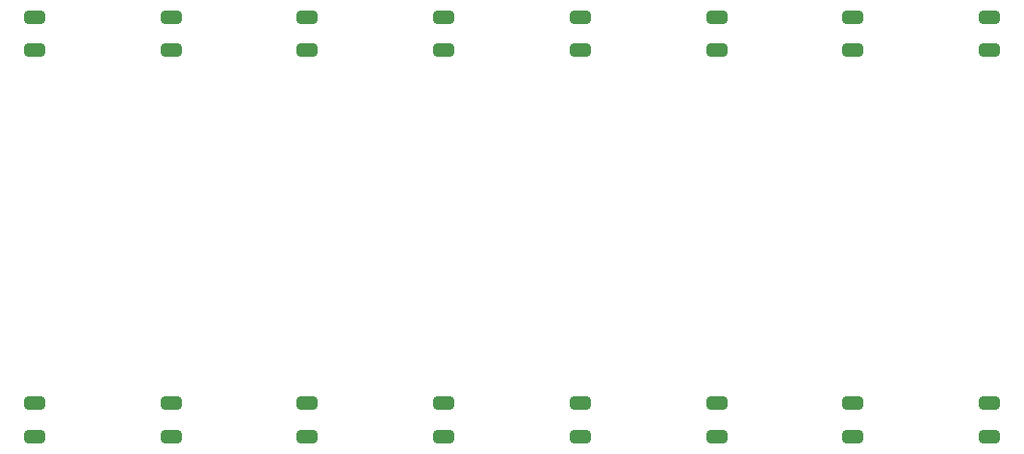
<source format=gbr>
%TF.GenerationSoftware,KiCad,Pcbnew,8.0.2*%
%TF.CreationDate,2024-06-26T18:14:25+07:00*%
%TF.ProjectId,capacitor_100nF_100V_Panel,63617061-6369-4746-9f72-5f3130306e46,rev?*%
%TF.SameCoordinates,Original*%
%TF.FileFunction,Paste,Top*%
%TF.FilePolarity,Positive*%
%FSLAX46Y46*%
G04 Gerber Fmt 4.6, Leading zero omitted, Abs format (unit mm)*
G04 Created by KiCad (PCBNEW 8.0.2) date 2024-06-26 18:14:25*
%MOMM*%
%LPD*%
G01*
G04 APERTURE LIST*
G04 Aperture macros list*
%AMRoundRect*
0 Rectangle with rounded corners*
0 $1 Rounding radius*
0 $2 $3 $4 $5 $6 $7 $8 $9 X,Y pos of 4 corners*
0 Add a 4 corners polygon primitive as box body*
4,1,4,$2,$3,$4,$5,$6,$7,$8,$9,$2,$3,0*
0 Add four circle primitives for the rounded corners*
1,1,$1+$1,$2,$3*
1,1,$1+$1,$4,$5*
1,1,$1+$1,$6,$7*
1,1,$1+$1,$8,$9*
0 Add four rect primitives between the rounded corners*
20,1,$1+$1,$2,$3,$4,$5,0*
20,1,$1+$1,$4,$5,$6,$7,0*
20,1,$1+$1,$6,$7,$8,$9,0*
20,1,$1+$1,$8,$9,$2,$3,0*%
G04 Aperture macros list end*
%ADD10RoundRect,0.250000X-0.650000X0.325000X-0.650000X-0.325000X0.650000X-0.325000X0.650000X0.325000X0*%
G04 APERTURE END LIST*
D10*
%TO.C,C1*%
X77000000Y-56525500D03*
X77000000Y-59475500D03*
%TD*%
%TO.C,C1*%
X65000000Y-56525500D03*
X65000000Y-59475500D03*
%TD*%
%TO.C,C1*%
X53000000Y-22525500D03*
X53000000Y-25475500D03*
%TD*%
%TO.C,C1*%
X17000000Y-22525500D03*
X17000000Y-25475500D03*
%TD*%
%TO.C,C1*%
X41000000Y-22525500D03*
X41000000Y-25475500D03*
%TD*%
%TO.C,C1*%
X5000000Y-56525500D03*
X5000000Y-59475500D03*
%TD*%
%TO.C,C1*%
X29000000Y-56525500D03*
X29000000Y-59475500D03*
%TD*%
%TO.C,C1*%
X41000000Y-56525500D03*
X41000000Y-59475500D03*
%TD*%
%TO.C,C1*%
X17000000Y-56525500D03*
X17000000Y-59475500D03*
%TD*%
%TO.C,C1*%
X65000000Y-22525500D03*
X65000000Y-25475500D03*
%TD*%
%TO.C,C1*%
X29000000Y-22525500D03*
X29000000Y-25475500D03*
%TD*%
%TO.C,C1*%
X77000000Y-22525500D03*
X77000000Y-25475500D03*
%TD*%
%TO.C,C1*%
X89000000Y-56525500D03*
X89000000Y-59475500D03*
%TD*%
%TO.C,C1*%
X5000000Y-22525500D03*
X5000000Y-25475500D03*
%TD*%
%TO.C,C1*%
X53000000Y-56525500D03*
X53000000Y-59475500D03*
%TD*%
%TO.C,C1*%
X89000000Y-22525500D03*
X89000000Y-25475500D03*
%TD*%
M02*

</source>
